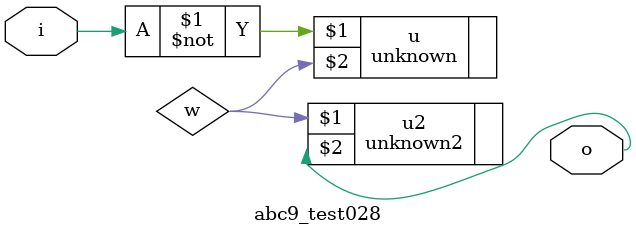
<source format=v>
module abc9_test027(output reg o);
initial o = 1'b0;
always @*
    o <= ~o;
endmodule

module abc9_test028(input i, output o);
wire w;
unknown u(~i, w);
unknown2 u2(w, o);
endmodule

</source>
